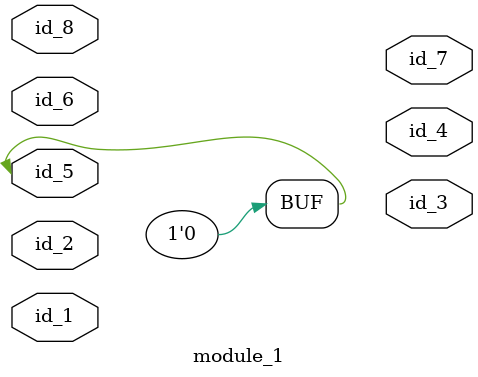
<source format=v>
module module_0 ();
  assign id_1[1] = 1'b0;
  wire id_2, id_3;
  localparam id_4 = -1'b0;
  wire id_5;
endmodule
module module_1 (
    id_1,
    id_2,
    id_3,
    id_4,
    id_5,
    id_6,
    id_7,
    id_8
);
  inout wire id_8;
  output wire id_7;
  inout wire id_6;
  inout wire id_5;
  output wire id_4;
  output wire id_3;
  input wire id_2;
  input wire id_1;
  assign id_5 = 1'b0;
  module_0 modCall_1 ();
endmodule

</source>
